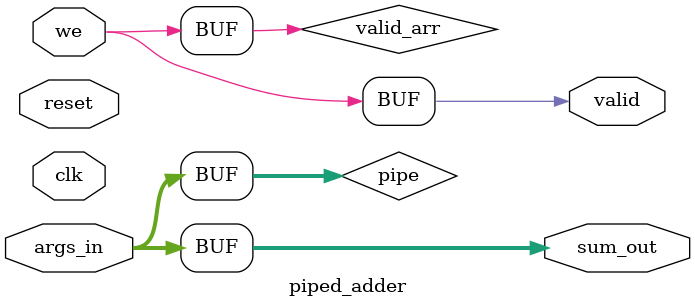
<source format=v>
`define CEIL_LOG2(x)  (  \
   ((x) <= 1)    ? 0 : \
   ((x) <= 2)    ? 1 : \
   ((x) <= 4)    ? 2 : \
   ((x) <= 8)    ? 3 : \
   ((x) <= 16)   ? 4 : \
   ((x) <= 32)   ? 5 : \
   ((x) <= 64)   ? 6 : \
   ((x) <= 128)  ? 7 : \
   ((x) <= 256)  ? 8 : \
   ((x) <= 512)  ? 9 : \
   ((x) <= 1024) ? 10: \
   ((x) <= 2048) ? 11: \
   ((x) <= 4096) ? 12: \
   ((x) <= 8192) ? 13: \
   ((x) <= 16384)? 14: \
   ((x) <= 32768)? 15: \
   ((x) <= 65536)? 16: \
   -1)
   
// Pipelined adder
// Module gets N_args values in a register args_in, one returns a sum
//   
// Attention! In accordance with Verilog standart maximum bus width is 2^16 = 65536. 
// For example, if you use 4-bit values, then maximum number of arguments is 1024 (c) Ivan
//
// Output bus width = Input arg width + ceil(log2(N_args)).
// Result delay is ceil(log2(N_args)) clks, it is showed by valid flag
module piped_adder(
    // Parameters: 
	// .N_args(0),             // Number of arguments for adding 
	// .arg_width(0),          // Bits per each argument
	// .reset_type("ASYNEG"),  // Reset type: "SYN" - sync pos, "ASYNEG" - async negedge or "ASY" - async posedge
	// .dis_valid(0)           // Disable delay of signal "valid"
	// ) instname ( 
	clk,       // [in]     
	reset,     // [in]     
	args_in,   // [in]     Bus of addends
	sum_out,   // [out]    Result of adding
	we,        // [in]     
	valid      // [out]    If .dis_valid(0), then valid is valid-flag for sum_out; else valid is we
);

parameter N_args        = 0;       
parameter arg_width     = 0;     
parameter reset_type    = "ASYNEG";
parameter dis_valid     = 0;    // 0-enable; other-disable

parameter tree_height 	= `CEIL_LOG2(N_args);        // = log2(N_args)
parameter args_in_size  = N_args*arg_width;          // input bus width 
parameter out_width     = arg_width + tree_height;

//--------------------------------------------

input                       clk;
input                       reset;
input   [args_in_size-1:0]  args_in;
output  [out_width-1:0]     sum_out;
input                       we;
output                      valid;

//--------------------------------------------

wire [out_width-1:0]                    sum_out;   
wire [tree_height:0]                    valid_arr;
wire [pipe_size(tree_height)-1:0]       pipe; 

genvar i;

//--------------------------------------------

assign pipe[args_in_size-1:0] = args_in;

generate 
    if (tree_height == 0) begin
        assign sum_out = args_in;
    end else begin
        assign sum_out = pipe[pipe_size(tree_height)-1:pipe_size(tree_height-1)];
    end
endgenerate 

assign valid_arr[0] = we;

generate
    if (dis_valid == 0) begin
	   assign valid = valid_arr[tree_height];
    end else begin
	   assign valid = 1;
	end
endgenerate

generate 
    for (i=0; i<tree_height; i=i+1) begin: adder_stage
        localparam integer w_in = arg_width + i;
        localparam integer w_out = arg_width + i + 1;
        localparam integer size_in = w_in * N_in(i);
        localparam integer size_out = w_out * N_out(i);
        localparam integer f_in = pipe_size(i) - size_in; 
        localparam integer l_in = pipe_size(i) - 1; 
        localparam integer f_out = pipe_size(i);
        localparam integer l_out = pipe_size(i) + size_out - 1;
        piped_adder_stage#(
            .arg_width(arg_width+i),
            .N_args(N_in(i)),
            .reset_type("ASYNEG"),
            .dis_valid(dis_valid)
        )
        ADDER_STAGE(
            .clk(clk),
            .reset(reset),
            .in(pipe[l_in:f_in]),
            .out(pipe[l_out:f_out]),
            .we(valid_arr[i]),
            .valid(valid_arr[i+1])
        );
    end
endgenerate

function automatic integer N_in;
    input stepnum;
    integer stepnum;
    integer i;
    begin
        N_in = N_args;
        for (i=0; i<stepnum; i=i+1) begin
            N_in = (N_in + 1)/2;
        end
    end
endfunction

function automatic integer N_out;
    input stepnum;
    integer stepnum; 
    begin
        N_out = N_in(stepnum+1);
    end
endfunction

function automatic integer pipe_size;
    input stepnum;
    integer stepnum;
    integer w_in;
    integer w_out;
    integer i;
    begin
        w_in = 0;
        pipe_size = 0;
        for (i=0; i<=stepnum; i=i+1) begin
            w_in = arg_width + i;
            pipe_size = pipe_size + N_in(i)*w_in;
        end
    end
endfunction
  
endmodule

</source>
